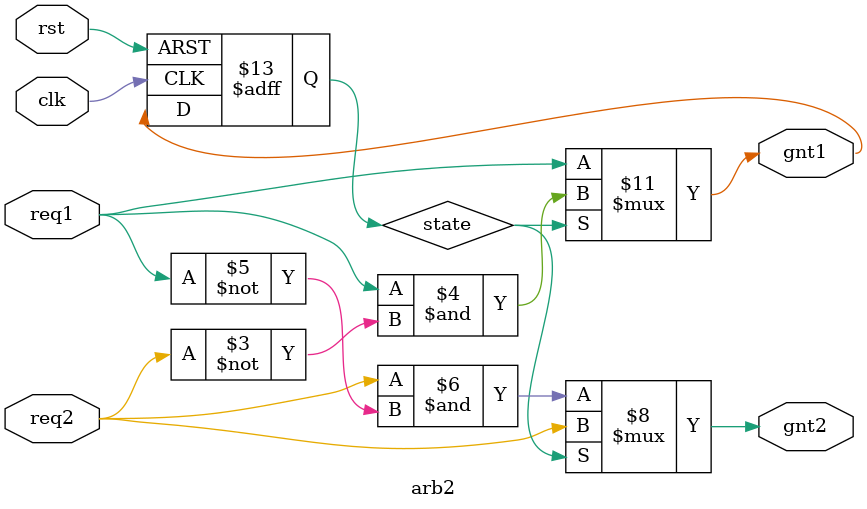
<source format=v>
module arb2(clk, rst, req1, req2, gnt1, gnt2);

input clk, rst;
input req1, req2;
output gnt1, gnt2;

reg state;
reg gnt1, gnt2;

always @ (posedge clk or posedge rst)
	if (rst)
		state <= 0;
	else
		state <= gnt1;

always @ (*)
	if (state)
	begin
		gnt1 = req1 & ~req2;
		gnt2 = req2;
	end
	else
	begin
		gnt1 = req1;
		gnt2 = req2 & ~req1;
	end

endmodule

</source>
